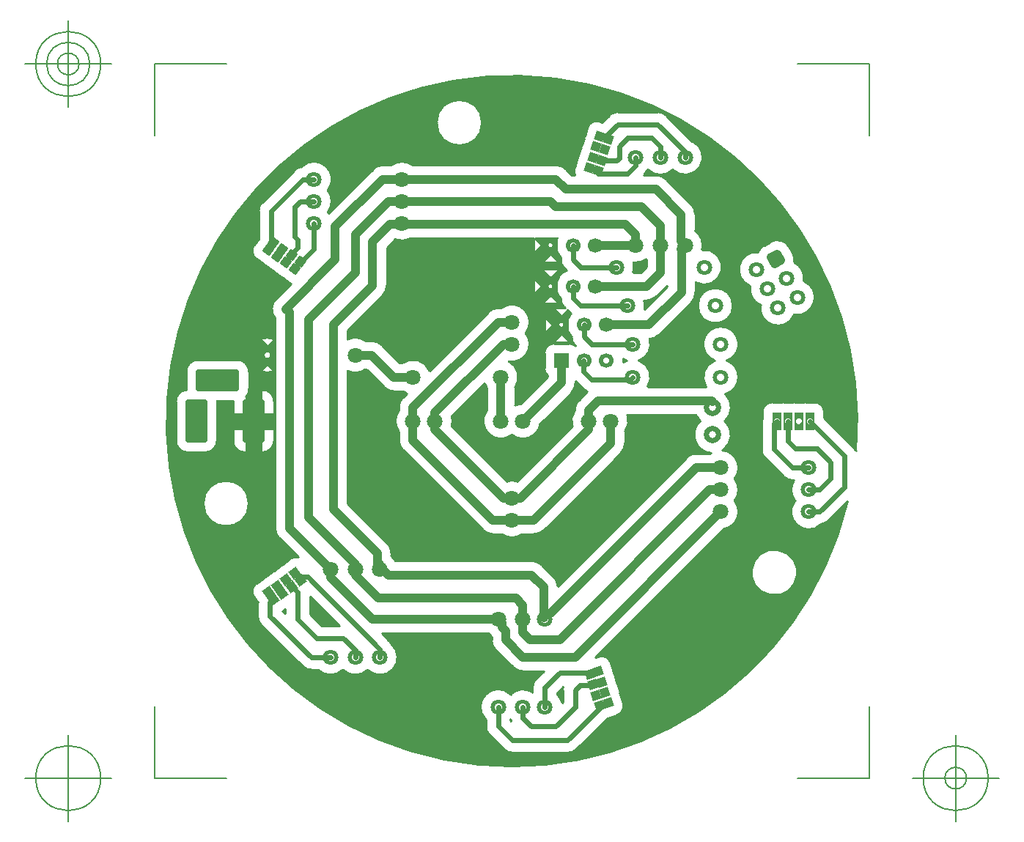
<source format=gbr>
G04 Generated by Ultiboard 14.0 *
%FSLAX46Y46*%
%MOMM*%

%ADD10C,0.000001*%
%ADD11C,0.254000*%
%ADD12C,1.000000*%
%ADD13C,0.600000*%
%ADD14C,0.127000*%
%ADD15C,1.800000X0.900000*%
%ADD16P,1.484924X4X62*%
%ADD17P,1.484924X4X80*%
%ADD18R,1.050000X2.100000X0.700000*%
%ADD19P,1.484924X4X27*%
%ADD20P,1.138557X4X74X0.900000*%
%ADD21C,0.994918*%
%ADD22R,1.700000X1.700000X0.700000*%
%ADD23C,1.700000X0.700000*%
%ADD24C,1.055600X0.700000*%
%ADD25C,1.799998X0.900000*%
%ADD26R,2.000000X4.500000*%
%ADD27C,0.500000*%
%ADD28R,4.500000X2.000000*%
%ADD29P,1.484924X4X9*%
%ADD30C,2.000000X0.800000*%


G04 ColorRGB 0000FF for the following layer *
%LNCopper Bottom*%
%LPD*%
G54D10*
G36*
X38772463Y-9292882D02*
G75*
D01*
G02X39723554Y-3420636I-38772463J9292878*
G01*
G74*
D01*
G03X39430415Y-2997570I1306053J591864*
G01*
X39430415Y-2997570D01*
X36062453Y370392D01*
X36062453Y1049999D01*
G75*
D01*
G03X34930000Y2182453I-1132453J1*
G01*
X34930000Y2182453D01*
X33880000Y2182453D01*
G75*
D01*
G03X33770000Y2177097I10J-1132453*
G01*
G74*
D01*
G03X33660000Y2182453I110010J1127096*
G01*
X33660000Y2182453D01*
X32610000Y2182453D01*
G75*
D01*
G03X32500000Y2177097I10J-1132453*
G01*
G74*
D01*
G03X32390000Y2182453I110010J1127096*
G01*
X32390000Y2182453D01*
X31340000Y2182453D01*
G75*
D01*
G03X31230000Y2177097I10J-1132453*
G01*
G74*
D01*
G03X31120000Y2182453I110010J1127096*
G01*
X31120000Y2182453D01*
X30070000Y2182453D01*
G75*
D01*
G03X28937547Y1050000I0J-1132453*
G01*
X28937547Y1050000D01*
X28937547Y212205D01*
G75*
D01*
G03X28831066Y-330970I1327421J-542245*
G01*
X28831066Y-330970D01*
X28831066Y-3275546D01*
G75*
D01*
G03X29251045Y-4291392I1433902J-1924*
G01*
X29251045Y-4291392D01*
X31371075Y-6411422D01*
G74*
D01*
G03X31980371Y-6773129I1013923J1013922*
G01*
G75*
D01*
G03X32385000Y-6831404I404630J1375628*
G01*
X32385000Y-6831404D01*
X32591388Y-6831404D01*
G75*
D01*
G03X32710180Y-9207500I1698611J-1106096*
G01*
G75*
D01*
G03X35733129Y-11900913I1579821J-1269998*
G01*
G74*
D01*
G03X36574929Y-11490415I173129J1423413*
G01*
X36574929Y-11490415D01*
X38772463Y-9292882D01*
D02*
G37*
%LPC*%
G36*
X-16079603Y29094953D02*
X-16079603Y29094953D01*
X-18129439Y27045117D01*
X-18129440Y27045116D01*
X-21180158Y23994398D01*
G74*
D01*
G03X-21280180Y24130000I1679847J1134390*
G01*
G75*
D01*
G03X-21280180Y26670000I-1579819J1270000*
G01*
G75*
D01*
G03X-24298425Y29368167I-1579819J1270001*
G01*
G74*
D01*
G03X-24331276Y29364838I128131J1428167*
G01*
G74*
D01*
G03X-25185219Y28952915I160987J1424837*
G01*
X-25185219Y28952915D01*
X-28847145Y25290989D01*
G74*
D01*
G03X-29268134Y24276060I1012913J1014930*
G01*
X-29268134Y24276060D01*
X-29268134Y21068979D01*
X-29792312Y20347509D01*
G75*
D01*
G03X-29541777Y18765697I916173J-665639*
G01*
X-29541777Y18765697D01*
X-28692309Y18148522D01*
G74*
D01*
G03X-28600169Y18088198I665637J916176*
G01*
G74*
D01*
G03X-28514325Y18019210I751480J847188*
G01*
X-28514325Y18019210D01*
X-27664857Y17402035D01*
G74*
D01*
G03X-27572717Y17341711I665637J916176*
G01*
G74*
D01*
G03X-27486873Y17272723I751480J847188*
G01*
X-27486873Y17272723D01*
X-26637405Y16655548D01*
G74*
D01*
G03X-26545265Y16595224I665637J916176*
G01*
G74*
D01*
G03X-26459421Y16526236I751480J847188*
G01*
X-26459421Y16526236D01*
X-25609953Y15909061D01*
G74*
D01*
G03X-25516555Y15848000I665631J916179*
G01*
X-25516555Y15848000D01*
X-27260204Y14104351D01*
G75*
D01*
G03X-27352372Y11890678I1155204J-1156853*
G01*
X-27352372Y11890678D01*
X-27352372Y-12382500D01*
G75*
D01*
G03X-26872453Y-13539603I1634872J1*
G01*
X-26872453Y-13539603D01*
X-24690454Y-15721603D01*
G75*
D01*
G03X-25609952Y-15909061I-253860J-1103632*
G01*
X-25609952Y-15909061D01*
X-26459420Y-16526236D01*
G74*
D01*
G03X-26545264Y-16595224I665636J916176*
G01*
G74*
D01*
G03X-26637404Y-16655548I573496J976499*
G01*
X-26637404Y-16655548D01*
X-27486872Y-17272723D01*
G74*
D01*
G03X-27572716Y-17341711I665636J916176*
G01*
G74*
D01*
G03X-27664856Y-17402035I573496J976499*
G01*
X-27664856Y-17402035D01*
X-28514324Y-18019210D01*
G74*
D01*
G03X-28600168Y-18088198I665636J916176*
G01*
G74*
D01*
G03X-28692308Y-18148522I573496J976499*
G01*
X-28692308Y-18148522D01*
X-29541776Y-18765697D01*
G75*
D01*
G03X-29792311Y-20347509I665639J-916174*
G01*
X-29792311Y-20347509D01*
X-29373565Y-20923863D01*
G74*
D01*
G03X-29373904Y-20955000I1433564J31178*
G01*
X-29373904Y-20955000D01*
X-29373904Y-22542500D01*
G75*
D01*
G03X-28952915Y-23557429I1433904J1*
G01*
X-28952915Y-23557429D01*
X-24192429Y-28317915D01*
G74*
D01*
G03X-23713459Y-28634972I1014928J1012914*
G01*
G75*
D01*
G03X-23176107Y-28738904I535963J1329970*
G01*
X-23176107Y-28738904D01*
X-22387706Y-28738904D01*
G75*
D01*
G03X-19526250Y-28742846I1432706J1433903*
G01*
G75*
D01*
G03X-16668750Y-28742846I1428750J1437845*
G01*
G75*
D01*
G03X-13918786Y-25767754I1428727J1437868*
G01*
G74*
D01*
G03X-14226075Y-25311037I1321211J557206*
G01*
X-14226075Y-25311037D01*
X-15042240Y-24494872D01*
X-2785798Y-24494872D01*
G74*
D01*
G03X-2566318Y-24635003I1198291J1634876*
G01*
G74*
D01*
G03X-2364872Y-24925510I1436320J780888*
G01*
X-2364872Y-24925510D01*
X-2364872Y-25275927D01*
G75*
D01*
G03X-1886029Y-26431956I1634872J0*
G01*
X-1886028Y-26431956D01*
X-1886028Y-26431956D01*
X111042Y-28429027D01*
X111043Y-28429028D01*
G75*
D01*
G03X1267073Y-28907872I1156030J1156027*
G01*
X1267073Y-28907872D01*
X3671779Y-28907872D01*
X2796075Y-29783576D01*
G75*
D01*
G03X2376096Y-30799499I1013923J-1013922*
G01*
X2376096Y-30799499D01*
X2376096Y-31321388D01*
G75*
D01*
G03X-158750Y-31582153I-1106096J-1698611*
G01*
G75*
D01*
G03X-3021404Y-34452706I-1428736J-1437860*
G01*
X-3021404Y-34452706D01*
X-3021404Y-35242500D01*
G75*
D01*
G03X-2601423Y-36256423I1433904J0*
G01*
X-2601423Y-36256423D01*
X-2601423Y-36256423D01*
X-950423Y-37907423D01*
X-950423Y-37907423D01*
G75*
D01*
G03X63500Y-38327404I1013923J1013922*
G01*
X63500Y-38327404D01*
X6437620Y-38327404D01*
G74*
D01*
G03X7452549Y-37906415I1J1433904*
G01*
X7452549Y-37906415D01*
X11024438Y-34334525D01*
X12088732Y-34009137D01*
G75*
D01*
G03X12840605Y-32595070I-331096J1082969*
G01*
X12840605Y-32595070D01*
X12533615Y-31590950D01*
G74*
D01*
G03X12496333Y-31487322I1082970J331097*
G01*
G74*
D01*
G03X12469293Y-31380563I1110009J224340*
G01*
X12469293Y-31380563D01*
X12162303Y-30376443D01*
G74*
D01*
G03X12125021Y-30272815I1082970J331097*
G01*
G74*
D01*
G03X12097981Y-30166056I1110009J224340*
G01*
X12097981Y-30166056D01*
X11790991Y-29161936D01*
G74*
D01*
G03X11753709Y-29058308I1082970J331097*
G01*
G74*
D01*
G03X11726669Y-28951549I1110009J224340*
G01*
X11726669Y-28951549D01*
X11419679Y-27947429D01*
G75*
D01*
G03X10005611Y-27195556I-1082970J-331097*
G01*
X10005611Y-27195556D01*
X9599989Y-27319567D01*
X24438703Y-12480854D01*
G75*
D01*
G03X25709818Y-9207500I-308701J2003353*
G01*
G75*
D01*
G03X25709818Y-6667500I-1579817J1270000*
G01*
G75*
D01*
G03X24322977Y-3379708I-1579816J1270001*
G01*
G75*
D01*
G03X24593117Y0I-1145476J1792208*
G01*
G75*
D01*
G03X24651264Y3121171I-1415616J1587500*
G01*
G75*
D01*
G03X24822603Y6985000I-521264J1958829*
G01*
G75*
D01*
G03X23437396Y6985000I-692603J1904999*
G01*
G75*
D01*
G03X22424619Y3984372I692604J-1905000*
G01*
X22424619Y3984372D01*
X15675382Y3984372D01*
G75*
D01*
G03X14662606Y6985000I-1705381J1095628*
G01*
G75*
D01*
G03X15909069Y9480542I-692605J1905000*
G01*
G74*
D01*
G03X16968603Y9957546I97569J1631958*
G01*
X16968603Y9957546D01*
X20725653Y13714596D01*
G75*
D01*
G03X21205572Y14871700I-1154952J1157104*
G01*
X21205572Y14871700D01*
X21205572Y16028003D01*
G75*
D01*
G03X21958833Y19789447I1019428J1751996*
G01*
G75*
D01*
G03X21179871Y21970006I-1956333J530552*
G01*
X21179871Y21970006D01*
X21179871Y23882501D01*
G74*
D01*
G03X20699508Y25040047I1634872J1*
G01*
X20699508Y25040047D01*
X17810090Y27929475D01*
G74*
D01*
G03X16652540Y28409842I1157551J1154504*
G01*
X16652540Y28409842D01*
X15197687Y28409842D01*
X15300415Y28512570D01*
G74*
D01*
G03X15589257Y28926244I1012914J1014930*
G01*
G74*
D01*
G03X15716250Y29042153I1301753J1553758*
G01*
G75*
D01*
G03X18573750Y29042153I1428750J1437846*
G01*
G75*
D01*
G03X20803189Y32342156I1428750J1437847*
G01*
X20803189Y32342156D01*
X17842429Y35302915D01*
G74*
D01*
G03X17367787Y35618220I1014929J1012914*
G01*
G75*
D01*
G03X16826096Y35723904I-540291J-1328218*
G01*
X16826096Y35723904D01*
X12200629Y35723904D01*
G75*
D01*
G03X11703571Y35634996I0J-1433904*
G01*
G74*
D01*
G03X11186704Y35303922I497057J1344996*
G01*
X11186704Y35303922D01*
X10416547Y34533765D01*
X10145299Y34621899D01*
G75*
D01*
G03X8718326Y33894818I-349947J-1077026*
G01*
X8718326Y33894818D01*
X8393858Y32896209D01*
G74*
D01*
G03X8364959Y32789938I1077027J349948*
G01*
G74*
D01*
G03X8325875Y32686976I1037946J452900*
G01*
X8325875Y32686976D01*
X8001407Y31688367D01*
G74*
D01*
G03X7972508Y31582096I1077027J349948*
G01*
G74*
D01*
G03X7933424Y31479134I1037946J452900*
G01*
X7933424Y31479134D01*
X7608956Y30480525D01*
G74*
D01*
G03X7580057Y30374254I1077027J349948*
G01*
G74*
D01*
G03X7540973Y30271292I1037946J452900*
G01*
X7540973Y30271292D01*
X7410767Y29870560D01*
X7410767Y29870559D01*
X7216505Y29272683D01*
G75*
D01*
G03X7283884Y28409842I1077027J-349947*
G01*
X7283884Y28409842D01*
X6922215Y28409842D01*
X6237103Y29094953D01*
G74*
D01*
G03X5423232Y29538436I1157104J1154952*
G01*
G75*
D01*
G03X5079053Y29574872I-343234J-1598436*
G01*
X5079053Y29574872D01*
X-11501701Y29574872D01*
G75*
D01*
G03X-13898298Y29574872I-1198299J-1634872*
G01*
X-13898298Y29574872D01*
X-14922500Y29574872D01*
G75*
D01*
G03X-16079603Y29094953I1J-1634872*
G01*
D02*
G37*
G36*
X-27425601Y5771576D02*
X-27425601Y5771576D01*
X-27524585Y5870559D01*
X-27524585Y5870560D01*
X-28257500Y6603474D01*
X-28990414Y5870560D01*
X-28990414Y5870559D01*
X-29089398Y5771576D01*
G75*
D01*
G03X-27425601Y5771576I831898J1848424*
G01*
D02*
G37*
G36*
X-30361338Y5700000D02*
G74*
D01*
G03X-31745000Y7083662I1383662J0*
G01*
X-31745000Y7083662D01*
X-36245000Y7083662D01*
G75*
D01*
G03X-37628662Y5700000I0J-1383662*
G01*
X-37628662Y5700000D01*
X-37628662Y3700000D01*
G75*
D01*
G03X-37626445Y3621713I1383662J9*
G01*
G74*
D01*
G03X-38828662Y2250000I181444J1371713*
G01*
X-38828662Y2250000D01*
X-38828662Y-2249999D01*
G75*
D01*
G03X-37445000Y-3633662I1383662J-1*
G01*
X-37445000Y-3633662D01*
X-35445000Y-3633662D01*
G75*
D01*
G03X-34061338Y-2250000I0J1383662*
G01*
X-34061338Y-2250000D01*
X-34061338Y2249999D01*
G75*
D01*
G03X-34062929Y2316338I-1383662J4*
G01*
X-34062929Y2316338D01*
X-32227070Y2316338D01*
G74*
D01*
G03X-32228662Y2250000I1382069J66355*
G01*
X-32228662Y2250000D01*
X-32228662Y845270D01*
X-30690270Y845270D01*
X-30690270Y2804419D01*
G75*
D01*
G03X-30361338Y3700000I-1054730J895581*
G01*
X-30361338Y3700000D01*
X-30361338Y5700000D01*
D02*
G37*
G36*
X32064571Y20071092D02*
G75*
D01*
G03X29845548Y20707383I-1427657J-791366*
G01*
X29845548Y20707383D01*
X29141407Y20317071D01*
G74*
D01*
G03X28427599Y19521012I791366J1427657*
G01*
G75*
D01*
G03X27492437Y15624401I-169137J-2019930*
G01*
G75*
D01*
G03X28723856Y13402868I1997450J-344853*
G01*
G75*
D01*
G03X32597985Y12291985I1997450J-344851*
G01*
G75*
D01*
G03X33708868Y16166114I344851J1997450*
G01*
G75*
D01*
G03X32638383Y18313595I-1997449J344854*
G01*
G75*
D01*
G03X32454883Y19366951I-1611157J261990*
G01*
X32454883Y19366951D01*
X32064571Y20071092D01*
D02*
G37*
G36*
X29870560Y-20089834D02*
G75*
D01*
G03X29870560Y-20089834I440329J2589833*
G01*
D02*
G37*
G36*
X-8704686Y34468272D02*
G75*
D01*
G03X-8704686Y34468272I2627000J0*
G01*
D02*
G37*
G36*
X-35647000Y-9525000D02*
G75*
D01*
G03X-35647000Y-9525000I2627000J0*
G01*
D02*
G37*
G36*
X-32228662Y-2249999D02*
G75*
D01*
G03X-30845000Y-3633662I1383662J-1*
G01*
X-30845000Y-3633662D01*
X-30690270Y-3633662D01*
X-30690270Y-845270D01*
X-32228662Y-845270D01*
X-32228662Y-2249999D01*
D02*
G37*
G36*
X-28845000Y-3633662D02*
G75*
D01*
G03X-27461338Y-2250000I0J1383662*
G01*
X-27461338Y-2250000D01*
X-27461338Y-845270D01*
X-28999730Y-845270D01*
X-28999730Y-3633662D01*
X-28845000Y-3633662D01*
D02*
G37*
G36*
X-29595000Y1751209D02*
X-29595000Y1751209D01*
X-30095000Y1751209D01*
G75*
D01*
G03X-30346209Y1500000I0J-251209*
G01*
X-30346209Y1500000D01*
X-30346209Y-1500000D01*
G75*
D01*
G03X-30095000Y-1751209I251209J0*
G01*
X-30095000Y-1751209D01*
X-29595000Y-1751209D01*
G75*
D01*
G03X-29343791Y-1500000I0J251209*
G01*
X-29343791Y-1500000D01*
X-29343791Y1500000D01*
G74*
D01*
G03X-29595000Y1751209I251209J0*
G01*
D02*
G37*
G36*
X-28845000Y3633662D02*
X-28845000Y3633662D01*
X-28999730Y3633662D01*
X-28999730Y845270D01*
X-27461338Y845270D01*
X-27461338Y2249999D01*
G75*
D01*
G03X-28845000Y3633662I-1383662J1*
G01*
D02*
G37*
G36*
X21468001Y13335000D02*
G75*
D01*
G03X21468001Y13335000I2026999J0*
G01*
D02*
G37*
G36*
X-30105923Y8451898D02*
G75*
D01*
G03X-30105923Y6788101I1848423J-831898*
G01*
X-30105923Y6788101D01*
X-29274025Y7620000D01*
X-30105923Y8451898D01*
D02*
G37*
G36*
X-28707500Y7620000D02*
G75*
D01*
G03X-28707500Y7620000I450000J0*
G01*
D02*
G37*
G36*
X-29089398Y9468423D02*
X-29089398Y9468423D01*
X-28257500Y8636525D01*
X-27425601Y9468423D01*
G75*
D01*
G03X-29089398Y9468423I-831899J-1848423*
G01*
D02*
G37*
%LPD*%
G36*
X-14809603Y3925046D02*
X-14809603Y3925046D01*
X-16755117Y5870560D01*
X-16869685Y5985128D01*
X-16899200Y5985128D01*
G75*
D01*
G02X-19002628Y5806309I-1198301J1634872*
G01*
X-19002628Y5806309D01*
X-19002628Y-9482812D01*
X-18129440Y-10356000D01*
X-14401470Y-14083970D01*
G75*
D01*
G02X-13922628Y-15241493I-1156028J-1156028*
G01*
X-13922628Y-15241493D01*
X-13922628Y-15570908D01*
G74*
D01*
G02X-13863403Y-15657146I1317365J968172*
G01*
G74*
D01*
G02X-13476769Y-16145128I1376597J1487853*
G01*
X-13476769Y-16145128D01*
X2274786Y-16145128D01*
G75*
D01*
G02X2876998Y-16259504I1462J-1634870*
G01*
G74*
D01*
G02X3433353Y-16625046I600748J1520495*
G01*
X3433353Y-16625046D01*
X4825267Y-18016959D01*
G74*
D01*
G02X5148745Y-18476529I1155269J1156789*
G01*
G74*
D01*
G02X5300713Y-19057227I1478746J697220*
G01*
X5300713Y-19057227D01*
X5870559Y-18487381D01*
X5870560Y-18487380D01*
X6228500Y-18129440D01*
X6228501Y-18129439D01*
X20116469Y-4241471D01*
G74*
D01*
G02X20947109Y-3795336I1156029J1156028*
G01*
G75*
D01*
G02X21272500Y-3762628I325387J-1602164*
G01*
X21272500Y-3762628D01*
X22931701Y-3762628D01*
G74*
D01*
G02X23010176Y-3707908I1198299J1634872*
G01*
G75*
D01*
G02X21761882Y0I167321J2120408*
G01*
G74*
D01*
G02X21237854Y714628I1415617J1587500*
G01*
X21237854Y714628D01*
X13326848Y714628D01*
G75*
D01*
G02X13064872Y-1198299I-1896848J-714628*
G01*
X13064872Y-1198299D01*
X13064872Y-2540000D01*
G75*
D01*
G02X12584953Y-3697103I-1634872J1*
G01*
X12584953Y-3697103D01*
X5870560Y-10411496D01*
X5870559Y-10411497D01*
X3697103Y-12584953D01*
G74*
D01*
G02X2540000Y-13064872I1157104J1154952*
G01*
X2540000Y-13064872D01*
X1198299Y-13064872D01*
G75*
D01*
G02X-1198299Y-13064872I-1198299J1634871*
G01*
X-1198299Y-13064872D01*
X-2222500Y-13064872D01*
G75*
D01*
G02X-3379603Y-12584953I1J1634872*
G01*
X-3379603Y-12584953D01*
X-12584953Y-3379603D01*
G75*
D01*
G02X-13064872Y-2222500I1154952J1157104*
G01*
X-13064872Y-2222500D01*
X-13064872Y-1198299D01*
G75*
D01*
G02X-13064872Y1198299I1634871J1198299*
G01*
X-13064872Y1198299D01*
X-13064872Y1587500D01*
G74*
D01*
G02X-12586028Y2743529I1634872J1*
G01*
X-12586028Y2743529D01*
X-12586028Y2743529D01*
X-12145919Y3183639D01*
G74*
D01*
G02X-12628298Y3445128I715919J1896361*
G01*
X-12628298Y3445128D01*
X-13651159Y3445128D01*
G75*
D01*
G02X-14198397Y3538960I-1341J1634870*
G01*
G74*
D01*
G02X-14809603Y3925046I545898J1541039*
G01*
D02*
G37*
G36*
X-12628298Y6714872D02*
X-12628298Y6714872D01*
X-12975312Y6714872D01*
X-15036469Y8776028D01*
G74*
D01*
G03X-15970838Y9239775I1156029J1156028*
G01*
G74*
D01*
G03X-16192500Y9254872I221665J1619774*
G01*
X-16192500Y9254872D01*
X-16899200Y9254872D01*
G75*
D01*
G03X-19002628Y9433690I-1198300J-1634872*
G01*
X-19002628Y9433690D01*
X-19002628Y10435312D01*
X-18129440Y11308500D01*
X-18129439Y11308501D01*
X-14941469Y14496471D01*
G75*
D01*
G03X-14462628Y15654440I-1156029J1156028*
G01*
X-14462628Y15654440D01*
X-14462628Y20055312D01*
X-13514219Y21003721D01*
G75*
D01*
G03X-11643464Y21130128I814219J1856278*
G01*
X-11643464Y21130128D01*
X2462547Y21130128D01*
X2462547Y19470000D01*
G75*
D01*
G03X2470114Y19339300I1132453J-5*
G01*
X2470114Y19339300D01*
X3450813Y20320000D01*
X2640685Y21130128D01*
X5241608Y21130128D01*
G75*
D01*
G03X5611096Y18958953I1803392J-810128*
G01*
X5611096Y18958953D01*
X5611096Y18687386D01*
G75*
D01*
G03X6031075Y17671277I1433901J-2186*
G01*
X6031075Y17671277D01*
X6309684Y17392667D01*
G75*
D01*
G03X5611096Y14196453I735314J-1835167*
G01*
X5611096Y14196453D01*
X5611096Y14191597D01*
G75*
D01*
G03X6031075Y13175477I1433901J-2197*
G01*
X6031075Y13175477D01*
X6111599Y13094953D01*
X4865000Y13094953D01*
G75*
D01*
G03X4734300Y13087385I4J-1132453*
G01*
X4734300Y13087385D01*
X5715000Y12106686D01*
X5870560Y12262246D01*
X6407433Y12799119D01*
X6810948Y12395604D01*
G75*
D01*
G03X6881096Y9751453I1504051J-1283104*
G01*
X6881096Y9751453D01*
X6881096Y9746597D01*
G75*
D01*
G03X7301075Y8730477I1433901J-2197*
G01*
X7301075Y8730477D01*
X7331527Y8700025D01*
G74*
D01*
G03X7310268Y8687657I983519J1714998*
G01*
G74*
D01*
G03X6565000Y8967453I745269J852656*
G01*
X6565000Y8967453D01*
X4865000Y8967453D01*
G75*
D01*
G03X3732547Y7835000I0J-1132453*
G01*
X3732547Y7835000D01*
X3732547Y6135000D01*
G75*
D01*
G03X4080128Y5318650I1132453J-1*
G01*
X4080128Y5318650D01*
X4080128Y5122187D01*
X961295Y2003354D01*
G74*
D01*
G03X364872Y1813690I308703J2003354*
G01*
X364872Y1813690D01*
X364872Y3881700D01*
G75*
D01*
G03X-372643Y6897547I-1634872J1198299*
G01*
G75*
D01*
G03X1579819Y10160000I372643J1992452*
G01*
G75*
D01*
G03X-1198299Y13064872I-1579815J1270003*
G01*
X-1198299Y13064872D01*
X-1587500Y13064872D01*
G75*
D01*
G03X-2743529Y12586028I1J-1634872*
G01*
X-2743529Y12586028D01*
X-2743529Y12586028D01*
X-9458997Y5870560D01*
X-9458998Y5870559D01*
X-9533639Y5795919D01*
G75*
D01*
G03X-12628298Y6714872I-1896361J-715919*
G01*
D02*
G37*
%LPC*%
G36*
X4865000Y9130047D02*
X4865000Y9130047D01*
X6565000Y9130047D01*
G74*
D01*
G03X6695699Y9137614I4J1132453*
G01*
X6695699Y9137614D01*
X5870559Y9962753D01*
X5715000Y10118313D01*
X4734300Y9137614D01*
G75*
D01*
G03X4865000Y9130047I130695J1124886*
G01*
D02*
G37*
G36*
X5870560Y10798970D02*
G75*
D01*
G03X5870560Y10798970I-155560J313530*
G01*
D02*
G37*
G36*
X5425699Y18345114D02*
X5425699Y18345114D01*
X4445000Y19325813D01*
X3464300Y18345114D01*
G75*
D01*
G03X3595000Y18337547I130695J1124886*
G01*
X3595000Y18337547D01*
X5295000Y18337547D01*
G74*
D01*
G03X5425699Y18345114I4J1132453*
G01*
D02*
G37*
G36*
X4095000Y20320000D02*
G75*
D01*
G03X4095000Y20320000I350000J0*
G01*
D02*
G37*
G36*
X5425699Y13582614D02*
X5425699Y13582614D01*
X4445000Y14563313D01*
X3464300Y13582614D01*
G75*
D01*
G03X3595000Y13575047I130695J1124886*
G01*
X3595000Y13575047D01*
X5295000Y13575047D01*
G74*
D01*
G03X5425699Y13582614I4J1132453*
G01*
D02*
G37*
G36*
X5425699Y17532385D02*
G74*
D01*
G03X5295000Y17539953I130704J1124884*
G01*
X5295000Y17539953D01*
X3595000Y17539953D01*
G75*
D01*
G03X3464300Y17532385I4J-1132453*
G01*
X3464300Y17532385D01*
X4445000Y16551686D01*
X5425699Y17532385D01*
D02*
G37*
G36*
X4095000Y15557500D02*
G75*
D01*
G03X4095000Y15557500I350000J0*
G01*
D02*
G37*
G36*
X2470114Y16538199D02*
G74*
D01*
G03X2462547Y16407500I1124886J130695*
G01*
X2462547Y16407500D01*
X2462547Y14707500D01*
G75*
D01*
G03X2470114Y14576800I1132453J-5*
G01*
X2470114Y14576800D01*
X3450813Y15557500D01*
X2470114Y16538199D01*
D02*
G37*
G36*
X3740114Y12093199D02*
G74*
D01*
G03X3732547Y11962500I1124886J130695*
G01*
X3732547Y11962500D01*
X3732547Y10262500D01*
G75*
D01*
G03X3740114Y10131800I1132453J-5*
G01*
X3740114Y10131800D01*
X4720813Y11112500D01*
X3740114Y12093199D01*
D02*
G37*
%LPD*%
G36*
X3273355Y-308701D02*
X3273355Y-308701D01*
X6869953Y3287896D01*
G75*
D01*
G03X7349872Y4445000I-1154952J1157104*
G01*
X7349872Y4445000D01*
X7349872Y4592280D01*
X8193575Y3748576D01*
G74*
D01*
G03X8721433Y3413492I1013923J1013924*
G01*
X8721433Y3413492D01*
X7733970Y2426029D01*
G75*
D01*
G03X7255128Y1268780I1156029J-1156028*
G01*
X7255128Y1268780D01*
X7255128Y1198299D01*
G75*
D01*
G03X6948371Y-582070I1634871J-1198299*
G01*
X6948371Y-582070D01*
X5870560Y-1659881D01*
X5870559Y-1659882D01*
X582070Y-6948371D01*
G75*
D01*
G03X-582070Y-6948371I-582070J-1941628*
G01*
X-582070Y-6948371D01*
X-6948371Y-582070D01*
G75*
D01*
G03X-6948371Y582070I-1941628J582070*
G01*
X-6948371Y582070D01*
X-3166361Y4364080D01*
G74*
D01*
G03X-2904872Y3881700I1896362J715917*
G01*
X-2904872Y3881700D01*
X-2904872Y1198299D01*
G75*
D01*
G03X0Y-1579819I1634869J-1198303*
G01*
G75*
D01*
G03X3273355Y-308701I1270000J1579818*
G01*
D02*
G37*
G36*
X-19944209Y-23648596D02*
X-19944209Y-23648596D01*
X-23331096Y-20261709D01*
X-23331096Y-22266056D01*
X-21948556Y-23648596D01*
X-19944209Y-23648596D01*
D02*
G37*
G36*
X15274954Y13922628D02*
X15274954Y13922628D01*
X15531053Y13922628D01*
G75*
D01*
G03X15929337Y13971622I1046J1634871*
G01*
G74*
D01*
G03X16689203Y14402546I397237J1585877*
G01*
X16689203Y14402546D01*
X17935828Y15649170D01*
X17935828Y15548887D01*
X15322191Y12935250D01*
G75*
D01*
G03X15274954Y13922628I-1987190J399750*
G01*
D02*
G37*
G36*
X14004954Y17192372D02*
G75*
D01*
G03X14021334Y18310552I-1939953J587628*
G01*
G75*
D01*
G03X15510128Y18703242I266166J2009448*
G01*
X15510128Y18703242D01*
X15510128Y17847587D01*
X14854912Y17192372D01*
X14004954Y17192372D01*
D02*
G37*
G36*
X5911444Y-30723899D02*
G75*
D01*
G03X5868596Y-31073218I1391055J-347916*
G01*
X5868596Y-31073218D01*
X5868596Y-32426056D01*
X5774423Y-32520229D01*
G74*
D01*
G03X5243904Y-31587293I1964422J499770*
G01*
X5243904Y-31587293D01*
X5243904Y-31391440D01*
X5870559Y-30764784D01*
X5870560Y-30764784D01*
X5911444Y-30723899D01*
D02*
G37*
G36*
X-26198904Y-22255748D02*
X-26198904Y-22255748D01*
X-26198904Y-21732279D01*
X-26502093Y-21952559D01*
X-26198904Y-22255748D01*
D02*
G37*
G36*
X12882411Y6790520D02*
G75*
D01*
G03X12882411Y7179479I-1967410J194480*
G01*
G74*
D01*
G03X13277393Y6985000I1087586J1710522*
G01*
G74*
D01*
G03X12882411Y6790520I692608J1905000*
G01*
D02*
G37*
G36*
X-104836Y-34697316D02*
X-104836Y-34697316D01*
X-153596Y-34648557D01*
X-153596Y-34462949D01*
G74*
D01*
G03X-153414Y-34463128I1421436J1445076*
G01*
G74*
D01*
G03X-104836Y-34697316I1423413J173129*
G01*
D02*
G37*
G54D11*
X-16079603Y29094953D02*
X-18129439Y27045117D01*
X-18129440Y27045116D01*
X-21180158Y23994398D01*
G74*
D01*
G03X-21280180Y24130000I1679847J1134390*
G01*
G75*
D01*
G03X-21280180Y26670000I-1579819J1270000*
G01*
G75*
D01*
G03X-24298425Y29368167I-1579819J1270001*
G01*
G74*
D01*
G03X-24331276Y29364838I128131J1428167*
G01*
G74*
D01*
G03X-25185219Y28952915I160987J1424837*
G01*
X-28847145Y25290989D01*
G74*
D01*
G03X-29268134Y24276060I1012913J1014930*
G01*
X-29268134Y21068979D01*
X-29792312Y20347509D01*
G75*
D01*
G03X-29541777Y18765697I916173J-665639*
G01*
X-28692309Y18148522D01*
G74*
D01*
G03X-28600169Y18088198I665637J916176*
G01*
G74*
D01*
G03X-28514325Y18019210I751480J847188*
G01*
X-27664857Y17402035D01*
G74*
D01*
G03X-27572717Y17341711I665637J916176*
G01*
G74*
D01*
G03X-27486873Y17272723I751480J847188*
G01*
X-26637405Y16655548D01*
G74*
D01*
G03X-26545265Y16595224I665637J916176*
G01*
G74*
D01*
G03X-26459421Y16526236I751480J847188*
G01*
X-25609953Y15909061D01*
G74*
D01*
G03X-25516555Y15848000I665631J916179*
G01*
X-27260204Y14104351D01*
G75*
D01*
G03X-27352372Y11890678I1155204J-1156853*
G01*
X-27352372Y-12382500D01*
G75*
D01*
G03X-26872453Y-13539603I1634872J1*
G01*
X-24690454Y-15721603D01*
G75*
D01*
G03X-25609952Y-15909061I-253860J-1103632*
G01*
X-26459420Y-16526236D01*
G74*
D01*
G03X-26545264Y-16595224I665636J916176*
G01*
G74*
D01*
G03X-26637404Y-16655548I573496J976499*
G01*
X-27486872Y-17272723D01*
G74*
D01*
G03X-27572716Y-17341711I665636J916176*
G01*
G74*
D01*
G03X-27664856Y-17402035I573496J976499*
G01*
X-28514324Y-18019210D01*
G74*
D01*
G03X-28600168Y-18088198I665636J916176*
G01*
G74*
D01*
G03X-28692308Y-18148522I573496J976499*
G01*
X-29541776Y-18765697D01*
G75*
D01*
G03X-29792311Y-20347509I665639J-916174*
G01*
X-29373565Y-20923863D01*
G74*
D01*
G03X-29373904Y-20955000I1433564J31178*
G01*
X-29373904Y-22542500D01*
G75*
D01*
G03X-28952915Y-23557429I1433904J1*
G01*
X-24192429Y-28317915D01*
G74*
D01*
G03X-23713459Y-28634972I1014928J1012914*
G01*
G75*
D01*
G03X-23176107Y-28738904I535963J1329970*
G01*
X-22387706Y-28738904D01*
G75*
D01*
G03X-19526250Y-28742846I1432706J1433903*
G01*
G75*
D01*
G03X-16668750Y-28742846I1428750J1437845*
G01*
G75*
D01*
G03X-13918786Y-25767754I1428727J1437868*
G01*
G74*
D01*
G03X-14226075Y-25311037I1321211J557206*
G01*
X-15042240Y-24494872D01*
X-2785798Y-24494872D01*
G74*
D01*
G03X-2566318Y-24635003I1198291J1634876*
G01*
G74*
D01*
G03X-2364872Y-24925510I1436320J780888*
G01*
X-2364872Y-25275927D01*
G75*
D01*
G03X-1886029Y-26431956I1634872J0*
G01*
X-1886028Y-26431956D01*
X111042Y-28429027D01*
X111043Y-28429028D01*
G75*
D01*
G03X1267073Y-28907872I1156030J1156027*
G01*
X3671779Y-28907872D01*
X2796075Y-29783576D01*
G75*
D01*
G03X2376096Y-30799499I1013923J-1013922*
G01*
X2376096Y-31321388D01*
G75*
D01*
G03X-158750Y-31582153I-1106096J-1698611*
G01*
G75*
D01*
G03X-3021404Y-34452706I-1428736J-1437860*
G01*
X-3021404Y-35242500D01*
G75*
D01*
G03X-2601423Y-36256423I1433904J0*
G01*
X-950423Y-37907423D01*
G75*
D01*
G03X63500Y-38327404I1013923J1013922*
G01*
X6437620Y-38327404D01*
G74*
D01*
G03X7452549Y-37906415I1J1433904*
G01*
X11024438Y-34334525D01*
X12088732Y-34009137D01*
G75*
D01*
G03X12840605Y-32595070I-331096J1082969*
G01*
X12533615Y-31590950D01*
G74*
D01*
G03X12496333Y-31487322I1082970J331097*
G01*
G74*
D01*
G03X12469293Y-31380563I1110009J224340*
G01*
X12162303Y-30376443D01*
G74*
D01*
G03X12125021Y-30272815I1082970J331097*
G01*
G74*
D01*
G03X12097981Y-30166056I1110009J224340*
G01*
X11790991Y-29161936D01*
G74*
D01*
G03X11753709Y-29058308I1082970J331097*
G01*
G74*
D01*
G03X11726669Y-28951549I1110009J224340*
G01*
X11419679Y-27947429D01*
G75*
D01*
G03X10005611Y-27195556I-1082970J-331097*
G01*
X9599989Y-27319567D01*
X24438703Y-12480854D01*
G75*
D01*
G03X25709818Y-9207500I-308701J2003353*
G01*
G75*
D01*
G03X25709818Y-6667500I-1579817J1270000*
G01*
G75*
D01*
G03X24322977Y-3379708I-1579816J1270001*
G01*
G75*
D01*
G03X24593117Y0I-1145476J1792208*
G01*
G75*
D01*
G03X24651264Y3121171I-1415616J1587500*
G01*
G75*
D01*
G03X24822603Y6985000I-521264J1958829*
G01*
G75*
D01*
G03X23437396Y6985000I-692603J1904999*
G01*
G75*
D01*
G03X22424619Y3984372I692604J-1905000*
G01*
X15675382Y3984372D01*
G75*
D01*
G03X14662606Y6985000I-1705381J1095628*
G01*
G75*
D01*
G03X15909069Y9480542I-692605J1905000*
G01*
G74*
D01*
G03X16968603Y9957546I97569J1631958*
G01*
X20725653Y13714596D01*
G75*
D01*
G03X21205572Y14871700I-1154952J1157104*
G01*
X21205572Y16028003D01*
G75*
D01*
G03X21958833Y19789447I1019428J1751996*
G01*
G75*
D01*
G03X21179871Y21970006I-1956333J530552*
G01*
X21179871Y23882501D01*
G74*
D01*
G03X20699508Y25040047I1634872J1*
G01*
X17810090Y27929475D01*
G74*
D01*
G03X16652540Y28409842I1157551J1154504*
G01*
X15197687Y28409842D01*
X15300415Y28512570D01*
G74*
D01*
G03X15589257Y28926244I1012914J1014930*
G01*
G74*
D01*
G03X15716250Y29042153I1301753J1553758*
G01*
G75*
D01*
G03X18573750Y29042153I1428750J1437846*
G01*
G75*
D01*
G03X20803189Y32342156I1428750J1437847*
G01*
X17842429Y35302915D01*
G74*
D01*
G03X17367787Y35618220I1014929J1012914*
G01*
G75*
D01*
G03X16826096Y35723904I-540291J-1328218*
G01*
X12200629Y35723904D01*
G75*
D01*
G03X11703571Y35634996I0J-1433904*
G01*
G74*
D01*
G03X11186704Y35303922I497057J1344996*
G01*
X10416547Y34533765D01*
X10145299Y34621899D01*
G75*
D01*
G03X8718326Y33894818I-349947J-1077026*
G01*
X8393858Y32896209D01*
G74*
D01*
G03X8364959Y32789938I1077027J349948*
G01*
G74*
D01*
G03X8325875Y32686976I1037946J452900*
G01*
X8001407Y31688367D01*
G74*
D01*
G03X7972508Y31582096I1077027J349948*
G01*
G74*
D01*
G03X7933424Y31479134I1037946J452900*
G01*
X7608956Y30480525D01*
G74*
D01*
G03X7580057Y30374254I1077027J349948*
G01*
G74*
D01*
G03X7540973Y30271292I1037946J452900*
G01*
X7410767Y29870560D01*
X7410767Y29870559D01*
X7216505Y29272683D01*
G75*
D01*
G03X7283884Y28409842I1077027J-349947*
G01*
X6922215Y28409842D01*
X6237103Y29094953D01*
G74*
D01*
G03X5423232Y29538436I1157104J1154952*
G01*
G75*
D01*
G03X5079053Y29574872I-343234J-1598436*
G01*
X-11501701Y29574872D01*
G75*
D01*
G03X-13898298Y29574872I-1198299J-1634872*
G01*
X-14922500Y29574872D01*
G75*
D01*
G03X-16079603Y29094953I1J-1634872*
G01*
X-27425601Y5771576D02*
X-27524585Y5870559D01*
X-27524585Y5870560D01*
X-28257500Y6603474D01*
X-28990414Y5870560D01*
X-28990414Y5870559D01*
X-29089398Y5771576D01*
G75*
D01*
G03X-27425601Y5771576I831898J1848424*
G01*
X-30361338Y5700000D02*
G74*
D01*
G03X-31745000Y7083662I1383662J0*
G01*
X-36245000Y7083662D01*
G75*
D01*
G03X-37628662Y5700000I0J-1383662*
G01*
X-37628662Y3700000D01*
G75*
D01*
G03X-37626445Y3621713I1383662J9*
G01*
G74*
D01*
G03X-38828662Y2250000I181444J1371713*
G01*
X-38828662Y-2249999D01*
G75*
D01*
G03X-37445000Y-3633662I1383662J-1*
G01*
X-35445000Y-3633662D01*
G75*
D01*
G03X-34061338Y-2250000I0J1383662*
G01*
X-34061338Y2249999D01*
G75*
D01*
G03X-34062929Y2316338I-1383662J4*
G01*
X-32227070Y2316338D01*
G74*
D01*
G03X-32228662Y2250000I1382069J66355*
G01*
X-32228662Y845270D01*
X-30690270Y845270D01*
X-30690270Y2804419D01*
G75*
D01*
G03X-30361338Y3700000I-1054730J895581*
G01*
X-30361338Y5700000D01*
X32064571Y20071092D02*
G75*
D01*
G03X29845548Y20707383I-1427657J-791366*
G01*
X29141407Y20317071D01*
G74*
D01*
G03X28427599Y19521012I791366J1427657*
G01*
G75*
D01*
G03X27492437Y15624401I-169137J-2019930*
G01*
G75*
D01*
G03X28723856Y13402868I1997450J-344853*
G01*
G75*
D01*
G03X32597985Y12291985I1997450J-344851*
G01*
G75*
D01*
G03X33708868Y16166114I344851J1997450*
G01*
G75*
D01*
G03X32638383Y18313595I-1997449J344854*
G01*
G75*
D01*
G03X32454883Y19366951I-1611157J261990*
G01*
X32064571Y20071092D01*
X29870560Y-20089834D02*
G75*
D01*
G03X29870560Y-20089834I440329J2589833*
G01*
X-8704686Y34468272D02*
G75*
D01*
G03X-8704686Y34468272I2627000J0*
G01*
X-35647000Y-9525000D02*
G75*
D01*
G03X-35647000Y-9525000I2627000J0*
G01*
X-32228662Y-2249999D02*
G75*
D01*
G03X-30845000Y-3633662I1383662J-1*
G01*
X-30690270Y-3633662D01*
X-30690270Y-845270D01*
X-32228662Y-845270D01*
X-32228662Y-2249999D01*
X-28845000Y-3633662D02*
G75*
D01*
G03X-27461338Y-2250000I0J1383662*
G01*
X-27461338Y-845270D01*
X-28999730Y-845270D01*
X-28999730Y-3633662D01*
X-28845000Y-3633662D01*
X-29595000Y1751209D02*
X-30095000Y1751209D01*
G75*
D01*
G03X-30346209Y1500000I0J-251209*
G01*
X-30346209Y-1500000D01*
G75*
D01*
G03X-30095000Y-1751209I251209J0*
G01*
X-29595000Y-1751209D01*
G75*
D01*
G03X-29343791Y-1500000I0J251209*
G01*
X-29343791Y1500000D01*
G74*
D01*
G03X-29595000Y1751209I251209J0*
G01*
X-28845000Y3633662D02*
X-28999730Y3633662D01*
X-28999730Y845270D01*
X-27461338Y845270D01*
X-27461338Y2249999D01*
G75*
D01*
G03X-28845000Y3633662I-1383662J1*
G01*
X21468001Y13335000D02*
G75*
D01*
G03X21468001Y13335000I2026999J0*
G01*
X-30105923Y8451898D02*
G75*
D01*
G03X-30105923Y6788101I1848423J-831898*
G01*
X-29274025Y7620000D01*
X-30105923Y8451898D01*
X-28707500Y7620000D02*
G75*
D01*
G03X-28707500Y7620000I450000J0*
G01*
X-29089398Y9468423D02*
X-28257500Y8636525D01*
X-27425601Y9468423D01*
G75*
D01*
G03X-29089398Y9468423I-831899J-1848423*
G01*
X38772463Y-9292882D02*
G75*
D01*
G02X39723554Y-3420636I-38772463J9292878*
G01*
G74*
D01*
G03X39430415Y-2997570I1306053J591864*
G01*
X36062453Y370392D01*
X36062453Y1049999D01*
G75*
D01*
G03X34930000Y2182453I-1132453J1*
G01*
X33880000Y2182453D01*
G75*
D01*
G03X33770000Y2177097I10J-1132453*
G01*
G74*
D01*
G03X33660000Y2182453I110010J1127096*
G01*
X32610000Y2182453D01*
G75*
D01*
G03X32500000Y2177097I10J-1132453*
G01*
G74*
D01*
G03X32390000Y2182453I110010J1127096*
G01*
X31340000Y2182453D01*
G75*
D01*
G03X31230000Y2177097I10J-1132453*
G01*
G74*
D01*
G03X31120000Y2182453I110010J1127096*
G01*
X30070000Y2182453D01*
G75*
D01*
G03X28937547Y1050000I0J-1132453*
G01*
X28937547Y212205D01*
G75*
D01*
G03X28831066Y-330970I1327421J-542245*
G01*
X28831066Y-3275546D01*
G75*
D01*
G03X29251045Y-4291392I1433902J-1924*
G01*
X31371075Y-6411422D01*
G74*
D01*
G03X31980371Y-6773129I1013923J1013922*
G01*
G75*
D01*
G03X32385000Y-6831404I404630J1375628*
G01*
X32591388Y-6831404D01*
G75*
D01*
G03X32710180Y-9207500I1698611J-1106096*
G01*
G75*
D01*
G03X35733129Y-11900913I1579821J-1269998*
G01*
G74*
D01*
G03X36574929Y-11490415I173129J1423413*
G01*
X38772463Y-9292882D01*
X-104836Y-34697316D02*
X-153596Y-34648557D01*
X-153596Y-34462949D01*
G74*
D01*
G03X-153414Y-34463128I1421436J1445076*
G01*
G74*
D01*
G03X-104836Y-34697316I1423413J173129*
G01*
X5911444Y-30723899D02*
G75*
D01*
G03X5868596Y-31073218I1391055J-347916*
G01*
X5868596Y-32426056D01*
X5774423Y-32520229D01*
G74*
D01*
G03X5243904Y-31587293I1964422J499770*
G01*
X5243904Y-31391440D01*
X5870559Y-30764784D01*
X5870560Y-30764784D01*
X5911444Y-30723899D01*
X-19944209Y-23648596D02*
X-23331096Y-20261709D01*
X-23331096Y-22266056D01*
X-21948556Y-23648596D01*
X-19944209Y-23648596D01*
X-26198904Y-22255748D02*
X-26198904Y-21732279D01*
X-26502093Y-21952559D01*
X-26198904Y-22255748D01*
X-14809603Y3925046D02*
X-16755117Y5870560D01*
X-16869685Y5985128D01*
X-16899200Y5985128D01*
G75*
D01*
G02X-19002628Y5806309I-1198301J1634872*
G01*
X-19002628Y-9482812D01*
X-18129440Y-10356000D01*
X-14401470Y-14083970D01*
G75*
D01*
G02X-13922628Y-15241493I-1156028J-1156028*
G01*
X-13922628Y-15570908D01*
G74*
D01*
G02X-13863403Y-15657146I1317365J968172*
G01*
G74*
D01*
G02X-13476769Y-16145128I1376597J1487853*
G01*
X2274786Y-16145128D01*
G75*
D01*
G02X2876998Y-16259504I1462J-1634870*
G01*
G74*
D01*
G02X3433353Y-16625046I600748J1520495*
G01*
X4825267Y-18016959D01*
G74*
D01*
G02X5148745Y-18476529I1155269J1156789*
G01*
G74*
D01*
G02X5300713Y-19057227I1478746J697220*
G01*
X5870559Y-18487381D01*
X5870560Y-18487380D01*
X6228500Y-18129440D01*
X6228501Y-18129439D01*
X20116469Y-4241471D01*
G74*
D01*
G02X20947109Y-3795336I1156029J1156028*
G01*
G75*
D01*
G02X21272500Y-3762628I325387J-1602164*
G01*
X22931701Y-3762628D01*
G74*
D01*
G02X23010176Y-3707908I1198299J1634872*
G01*
G75*
D01*
G02X21761882Y0I167321J2120408*
G01*
G74*
D01*
G02X21237854Y714628I1415617J1587500*
G01*
X13326848Y714628D01*
G75*
D01*
G02X13064872Y-1198299I-1896848J-714628*
G01*
X13064872Y-2540000D01*
G75*
D01*
G02X12584953Y-3697103I-1634872J1*
G01*
X5870560Y-10411496D01*
X5870559Y-10411497D01*
X3697103Y-12584953D01*
G74*
D01*
G02X2540000Y-13064872I1157104J1154952*
G01*
X1198299Y-13064872D01*
G75*
D01*
G02X-1198299Y-13064872I-1198299J1634871*
G01*
X-2222500Y-13064872D01*
G75*
D01*
G02X-3379603Y-12584953I1J1634872*
G01*
X-12584953Y-3379603D01*
G75*
D01*
G02X-13064872Y-2222500I1154952J1157104*
G01*
X-13064872Y-1198299D01*
G75*
D01*
G02X-13064872Y1198299I1634871J1198299*
G01*
X-13064872Y1587500D01*
G74*
D01*
G02X-12586028Y2743529I1634872J1*
G01*
X-12145919Y3183639D01*
G74*
D01*
G02X-12628298Y3445128I715919J1896361*
G01*
X-13651159Y3445128D01*
G75*
D01*
G02X-14198397Y3538960I-1341J1634870*
G01*
G74*
D01*
G02X-14809603Y3925046I545898J1541039*
G01*
X3273355Y-308701D02*
X6869953Y3287896D01*
G75*
D01*
G03X7349872Y4445000I-1154952J1157104*
G01*
X7349872Y4592280D01*
X8193575Y3748576D01*
G74*
D01*
G03X8721433Y3413492I1013923J1013924*
G01*
X7733970Y2426029D01*
G75*
D01*
G03X7255128Y1268780I1156029J-1156028*
G01*
X7255128Y1198299D01*
G75*
D01*
G03X6948371Y-582070I1634871J-1198299*
G01*
X5870560Y-1659881D01*
X5870559Y-1659882D01*
X582070Y-6948371D01*
G75*
D01*
G03X-582070Y-6948371I-582070J-1941628*
G01*
X-6948371Y-582070D01*
G75*
D01*
G03X-6948371Y582070I-1941628J582070*
G01*
X-3166361Y4364080D01*
G74*
D01*
G03X-2904872Y3881700I1896362J715917*
G01*
X-2904872Y1198299D01*
G75*
D01*
G03X0Y-1579819I1634869J-1198303*
G01*
G75*
D01*
G03X3273355Y-308701I1270000J1579818*
G01*
X4865000Y9130047D02*
X6565000Y9130047D01*
G74*
D01*
G03X6695699Y9137614I4J1132453*
G01*
X5870559Y9962753D01*
X5715000Y10118313D01*
X4734300Y9137614D01*
G75*
D01*
G03X4865000Y9130047I130695J1124886*
G01*
X5870560Y10798970D02*
G75*
D01*
G03X5870560Y10798970I-155560J313530*
G01*
X5425699Y18345114D02*
X4445000Y19325813D01*
X3464300Y18345114D01*
G75*
D01*
G03X3595000Y18337547I130695J1124886*
G01*
X5295000Y18337547D01*
G74*
D01*
G03X5425699Y18345114I4J1132453*
G01*
X4095000Y20320000D02*
G75*
D01*
G03X4095000Y20320000I350000J0*
G01*
X5425699Y13582614D02*
X4445000Y14563313D01*
X3464300Y13582614D01*
G75*
D01*
G03X3595000Y13575047I130695J1124886*
G01*
X5295000Y13575047D01*
G74*
D01*
G03X5425699Y13582614I4J1132453*
G01*
X5425699Y17532385D02*
G74*
D01*
G03X5295000Y17539953I130704J1124884*
G01*
X3595000Y17539953D01*
G75*
D01*
G03X3464300Y17532385I4J-1132453*
G01*
X4445000Y16551686D01*
X5425699Y17532385D01*
X4095000Y15557500D02*
G75*
D01*
G03X4095000Y15557500I350000J0*
G01*
X2470114Y16538199D02*
G74*
D01*
G03X2462547Y16407500I1124886J130695*
G01*
X2462547Y14707500D01*
G75*
D01*
G03X2470114Y14576800I1132453J-5*
G01*
X3450813Y15557500D01*
X2470114Y16538199D01*
X3740114Y12093199D02*
G74*
D01*
G03X3732547Y11962500I1124886J130695*
G01*
X3732547Y10262500D01*
G75*
D01*
G03X3740114Y10131800I1132453J-5*
G01*
X4720813Y11112500D01*
X3740114Y12093199D01*
X-12628298Y6714872D02*
X-12975312Y6714872D01*
X-15036469Y8776028D01*
G74*
D01*
G03X-15970838Y9239775I1156029J1156028*
G01*
G74*
D01*
G03X-16192500Y9254872I221665J1619774*
G01*
X-16899200Y9254872D01*
G75*
D01*
G03X-19002628Y9433690I-1198300J-1634872*
G01*
X-19002628Y10435312D01*
X-18129440Y11308500D01*
X-18129439Y11308501D01*
X-14941469Y14496471D01*
G75*
D01*
G03X-14462628Y15654440I-1156029J1156028*
G01*
X-14462628Y20055312D01*
X-13514219Y21003721D01*
G75*
D01*
G03X-11643464Y21130128I814219J1856278*
G01*
X2462547Y21130128D01*
X2462547Y19470000D01*
G75*
D01*
G03X2470114Y19339300I1132453J-5*
G01*
X3450813Y20320000D01*
X2640685Y21130128D01*
X5241608Y21130128D01*
G75*
D01*
G03X5611096Y18958953I1803392J-810128*
G01*
X5611096Y18687386D01*
G75*
D01*
G03X6031075Y17671277I1433901J-2186*
G01*
X6309684Y17392667D01*
G75*
D01*
G03X5611096Y14196453I735314J-1835167*
G01*
X5611096Y14191597D01*
G75*
D01*
G03X6031075Y13175477I1433901J-2197*
G01*
X6111599Y13094953D01*
X4865000Y13094953D01*
G75*
D01*
G03X4734300Y13087385I4J-1132453*
G01*
X5715000Y12106686D01*
X5870560Y12262246D01*
X6407433Y12799119D01*
X6810948Y12395604D01*
G75*
D01*
G03X6881096Y9751453I1504051J-1283104*
G01*
X6881096Y9746597D01*
G75*
D01*
G03X7301075Y8730477I1433901J-2197*
G01*
X7331527Y8700025D01*
G74*
D01*
G03X7310268Y8687657I983519J1714998*
G01*
G74*
D01*
G03X6565000Y8967453I745269J852656*
G01*
X4865000Y8967453D01*
G75*
D01*
G03X3732547Y7835000I0J-1132453*
G01*
X3732547Y6135000D01*
G75*
D01*
G03X4080128Y5318650I1132453J-1*
G01*
X4080128Y5122187D01*
X961295Y2003354D01*
G74*
D01*
G03X364872Y1813690I308703J2003354*
G01*
X364872Y3881700D01*
G75*
D01*
G03X-372643Y6897547I-1634872J1198299*
G01*
G75*
D01*
G03X1579819Y10160000I372643J1992452*
G01*
G75*
D01*
G03X-1198299Y13064872I-1579815J1270003*
G01*
X-1587500Y13064872D01*
G75*
D01*
G03X-2743529Y12586028I1J-1634872*
G01*
X-9458997Y5870560D01*
X-9458998Y5870559D01*
X-9533639Y5795919D01*
G75*
D01*
G03X-12628298Y6714872I-1896361J-715919*
G01*
X12882411Y6790520D02*
G75*
D01*
G03X12882411Y7179479I-1967410J194480*
G01*
G74*
D01*
G03X13277393Y6985000I1087586J1710522*
G01*
G74*
D01*
G03X12882411Y6790520I692608J1905000*
G01*
X15274954Y13922628D02*
X15531053Y13922628D01*
G75*
D01*
G03X15929337Y13971622I1046J1634871*
G01*
G74*
D01*
G03X16689203Y14402546I397237J1585877*
G01*
X17935828Y15649170D01*
X17935828Y15548887D01*
X15322191Y12935250D01*
G75*
D01*
G03X15274954Y13922628I-1987190J399750*
G01*
X14004954Y17192372D02*
G75*
D01*
G03X14021334Y18310552I-1939953J587628*
G01*
G75*
D01*
G03X15510128Y18703242I266166J2009448*
G01*
X15510128Y17847587D01*
X14854912Y17192372D01*
X14004954Y17192372D01*
G54D12*
X1270000Y-24447500D02*
X2095500Y-25273000D01*
X-1587500Y-22860000D02*
X-1129999Y-23317501D01*
X-1129999Y-23854112D01*
X-730000Y-24254111D01*
X-730000Y-25275927D01*
X1267073Y-27273000D01*
X5524500Y-25273000D02*
X22860000Y-7937500D01*
X24130000Y-7937500D01*
X2095500Y-25273000D02*
X5524500Y-25273000D01*
X7334500Y-27273000D02*
X24130000Y-10477500D01*
X1267073Y-27273000D02*
X7334500Y-27273000D01*
X13112500Y22765000D02*
X14287500Y21590000D01*
X14287500Y20320000D02*
X14287500Y21590000D01*
X17145000Y22542501D02*
X14922500Y24765000D01*
X20002500Y20320000D02*
X19544999Y20777501D01*
X1270000Y-24447500D02*
X1270000Y-21272500D01*
X-15417500Y-20460000D02*
X-18097500Y-17780000D01*
X-18097500Y-17145000D02*
X-18097500Y-17780000D01*
X-593388Y-20460001D02*
X-15417500Y-20460000D01*
X-26105001Y12947499D02*
X-25717500Y12559998D01*
X-25717500Y-12382500D02*
X-25717500Y12559998D01*
X-25717500Y-12382500D02*
X-20955000Y-17145000D01*
X-23495000Y11747500D02*
X-23495000Y-11112500D01*
X-18097500Y-17144999D02*
X-18097500Y-16510000D01*
X-15240000Y-16539070D02*
X-15240000Y-17145000D01*
X-18097500Y-16510000D02*
X-23495000Y-11112500D01*
X-20637500Y11112500D02*
X-20637500Y-10160000D01*
X-15557500Y-15240000D01*
X-15557500Y-16827500D01*
X-16192500Y7620000D02*
X-18097500Y7620000D01*
X-29845000Y0D02*
X-29845000Y9207500D01*
X-28575000Y10477500D01*
X952500Y-8890000D02*
X8890000Y-952500D01*
X-8890000Y-952500D02*
X-952500Y-8890000D01*
X952500Y-8890000D02*
X-952500Y-8890000D01*
X-8890000Y952500D02*
X-952500Y8890000D01*
X-8890000Y-952500D02*
X-8890000Y952500D01*
X-952500Y8890000D02*
X0Y8890000D01*
X11430000Y-2540000D02*
X11430000Y0D01*
X-11430000Y-2222500D02*
X-2222500Y-11430000D01*
X-1270000Y5080000D02*
X-1270000Y0D01*
X-11430000Y5080000D02*
X-13652500Y5080000D01*
X-16192500Y7620000D01*
X21272500Y-5397500D02*
X4445000Y-22225000D01*
X24130000Y-5397500D02*
X21272500Y-5397500D01*
X4445000Y-22225000D02*
X3810000Y-22225000D01*
X-14287500Y-17780000D02*
X-14922500Y-17145000D01*
X1270000Y-21272500D02*
X457501Y-20460001D01*
X-593388Y-20460001D01*
X3670000Y-19173750D02*
X2276250Y-17780000D01*
X3669999Y-22719999D02*
X3670000Y-19173750D01*
X2276250Y-17780000D02*
X-14287500Y-17780000D01*
X5715000Y6985000D02*
X5715000Y4445000D01*
X1270000Y0D01*
X-1587500Y11430000D02*
X-11430000Y1587500D01*
X-11430000Y-2222500D01*
X0Y11430000D02*
X-1587500Y11430000D01*
X1675600Y22765000D02*
X13112500Y22765000D01*
X5080000Y24765000D02*
X4445000Y25400000D01*
X5080000Y24765000D02*
X14762056Y24765000D01*
X-16097500Y15652500D02*
X-20637500Y11112500D01*
X-18097500Y17145000D02*
X-23495000Y11747500D01*
X-20415000Y18637500D02*
X-26105001Y12947499D01*
X-14287500Y25400000D02*
X-18097500Y21590000D01*
X-14287500Y25400000D02*
X4445000Y25400000D01*
X-18097500Y21590000D02*
X-18097500Y17145000D01*
X-14065000Y22765000D02*
X-16097500Y20732500D01*
X-16097500Y15652500D01*
X-14065000Y22765000D02*
X1675600Y22765000D01*
X-20415000Y22447500D02*
X-14922500Y27940000D01*
X-20415000Y18637500D02*
X-20415000Y22447500D01*
X-16159370Y-22860000D02*
X-20955000Y-18064370D01*
X-1587500Y-22860000D02*
X-16159370Y-22860000D01*
X-20955000Y-18064370D02*
X-20955000Y-17145000D01*
X2540000Y-11430000D02*
X11430000Y-2540000D01*
X-2222500Y-11430000D02*
X2540000Y-11430000D01*
X19519900Y19837400D02*
X20002500Y20320000D01*
X17145000Y17170400D02*
X17145000Y22542501D01*
X17145000Y17170400D02*
X15532100Y15557500D01*
X9645000Y15557500D01*
X15811500Y11112500D02*
X19570700Y14871700D01*
X10915000Y11112500D02*
X15811500Y11112500D01*
X19570700Y14871700D02*
X19570700Y19888200D01*
X8890000Y-952500D02*
X8890000Y1270000D01*
X9969500Y2349500D01*
X23050500Y2349500D02*
X23177500Y2222500D01*
X9969500Y2349500D02*
X23050500Y2349500D01*
X6245030Y26774970D02*
X16652540Y26774970D01*
X-14922500Y27940000D02*
X5080000Y27940000D01*
X6245030Y26774970D02*
X5080000Y27940000D01*
X19544999Y23882501D02*
X16652540Y26774970D01*
X19544999Y20777501D02*
X19544999Y23882501D01*
X14287500Y20320000D02*
X9645000Y20320000D01*
G54D13*
X8255000Y5715000D02*
X8255000Y6985000D01*
X9207500Y4762500D02*
X8255000Y5715000D01*
X14287500Y30480000D02*
X14287500Y29527500D01*
X13335000Y28575000D01*
X9976950Y28575000D01*
X9454376Y29097574D01*
X20002500Y30480000D02*
X20002500Y31115000D01*
X17145000Y30480000D02*
X17145000Y31709760D01*
X20002500Y31115000D02*
X16827500Y34290000D01*
X17145000Y31709760D02*
X16164760Y32690000D01*
X13322500Y32690000D02*
X12382500Y31750000D01*
X16164760Y32690000D02*
X13322500Y32690000D01*
X16827500Y34290000D02*
X12200629Y34290000D01*
X10631729Y32721100D01*
X-23482470Y19252700D02*
X-24751874Y17983291D01*
X3810000Y-33020000D02*
X3810000Y-30797500D01*
X5519923Y-29087577D01*
X9486084Y-29087577D01*
X1270000Y-33020000D02*
X1270000Y-34290000D01*
X2222500Y-35242500D02*
X5080000Y-35242500D01*
X1270000Y-34290000D02*
X2222500Y-35242500D01*
X-1587500Y-33020000D02*
X-1587500Y-35242500D01*
X34290000Y-5397500D02*
X32385000Y-5397500D01*
X34290000Y-7937500D02*
X35560000Y-7937500D01*
X36830000Y-6667500D01*
X36830000Y-4762500D01*
X32385000Y-5397500D02*
X30264970Y-3277470D01*
X30264970Y-330040D02*
X30595000Y0D01*
X30264970Y-3277470D02*
X30264970Y-330040D01*
X31865000Y-2337500D02*
X31865000Y0D01*
X34290000Y-10477500D02*
X35560000Y-10477500D01*
X38417500Y-7620000D01*
X38417500Y-4012500D01*
X34405000Y0D01*
X-23177500Y-27305000D02*
X-20955000Y-27305000D01*
X-23177500Y-27305000D02*
X-27940000Y-22542500D01*
X-27940000Y-20955000D01*
X-22542500Y-25082500D02*
X-24765000Y-22860000D01*
X-24765000Y-19744103D01*
X-25779325Y-18729778D01*
X-22860000Y25400000D02*
X-24447500Y25400000D01*
X-25082500Y24765000D01*
X-22860000Y22860000D02*
X-22860000Y19875170D01*
X-23482470Y19252700D01*
X-25779326Y18729778D02*
X-25779326Y18988174D01*
X-24765000Y20002500D01*
X-24765000Y20955000D01*
X-25082500Y21272500D01*
X-25082500Y24765000D01*
X35242500Y-3175000D02*
X32702500Y-3175000D01*
X36830000Y-4762500D02*
X35242500Y-3175000D01*
X32702500Y-3175000D02*
X31865000Y-2337500D01*
X5080000Y-35242500D02*
X7302500Y-33020000D01*
X63500Y-36893500D02*
X6437620Y-36893500D01*
X10600020Y-32731098D01*
X-1587500Y-35242500D02*
X63500Y-36893500D01*
X-18097500Y-26492200D02*
X-19507200Y-25082500D01*
X-18097500Y-26492200D02*
X-18097500Y-27305000D01*
X-19507200Y-25082500D02*
X-22542500Y-25082500D01*
X-15240000Y-26324960D02*
X-23581670Y-17983290D01*
X-23581670Y-17983290D02*
X-24751873Y-17983291D01*
X-15240000Y-26324960D02*
X-15240000Y-27305000D01*
X12382500Y30342840D02*
X12382500Y31750000D01*
X12382500Y30342840D02*
X12374880Y30342840D01*
X12105640Y30073600D01*
X10078643Y30073600D01*
X9846827Y30305416D01*
X7302500Y-33020000D02*
X7302500Y-31071820D01*
X7820660Y-30553660D01*
X9605820Y-30553660D01*
X9857396Y-30302084D01*
X9207500Y4762500D02*
X13652500Y4762500D01*
X13970000Y5080000D01*
X13335000Y13335000D02*
X7899400Y13335000D01*
X7045000Y14189400D01*
X7045000Y15557500D01*
X13970000Y8890000D02*
X9169400Y8890000D01*
X8315000Y9744400D01*
X8315000Y11112500D01*
X-27834230Y24276060D02*
X-27834230Y20222752D01*
X-24170290Y27940000D02*
X-27834230Y24276060D01*
X-22860000Y27940000D02*
X-24170290Y27940000D01*
X7045000Y18685200D02*
X7045000Y20320000D01*
X7950200Y17780000D02*
X12065000Y17780000D01*
X7950200Y17780000D02*
X7045000Y18685200D01*
G54D14*
X-41254000Y-41254000D02*
X-41254000Y-33003200D01*
X-41254000Y-41254000D02*
X-33003200Y-41254000D01*
X41254000Y-41254000D02*
X33003200Y-41254000D01*
X41254000Y-41254000D02*
X41254000Y-33003200D01*
X41254000Y41254000D02*
X41254000Y33003200D01*
X41254000Y41254000D02*
X33003200Y41254000D01*
X-41254000Y41254000D02*
X-33003200Y41254000D01*
X-41254000Y41254000D02*
X-41254000Y33003200D01*
X-46254000Y-41254000D02*
X-56254000Y-41254000D01*
X-51254000Y-46254000D02*
X-51254000Y-36254000D01*
X-55003999Y-41254000D02*
G75*
D01*
G02X-55003999Y-41254000I3749999J0*
G01*
X46254000Y-41254000D02*
X56254000Y-41254000D01*
X51254000Y-46254000D02*
X51254000Y-36254000D01*
X47504001Y-41254000D02*
G75*
D01*
G02X47504001Y-41254000I3749999J0*
G01*
X50004001Y-41254000D02*
G75*
D01*
G02X50004001Y-41254000I1249999J0*
G01*
X-46254000Y41254000D02*
X-56254000Y41254000D01*
X-51254000Y36254000D02*
X-51254000Y46254000D01*
X-55003999Y41254000D02*
G75*
D01*
G02X-55003999Y41254000I3749999J0*
G01*
X-53753999Y41254000D02*
G75*
D01*
G02X-53753999Y41254000I2499999J0*
G01*
X-52503999Y41254000D02*
G75*
D01*
G02X-52503999Y41254000I1249999J0*
G01*
G54D15*
X1270000Y0D03*
X-1270000Y0D03*
X28258468Y17501081D03*
X31711419Y16510968D03*
X32942839Y14289435D03*
X29489887Y15279548D03*
X30721306Y13058016D03*
X0Y-11430000D03*
X0Y-8890000D03*
X-11430000Y0D03*
X-8890000Y0D03*
X0Y11430000D03*
X0Y8890000D03*
X-1270000Y5080000D03*
X12065000Y17780000D03*
X14287500Y30480000D03*
X17145000Y30480000D03*
X20002500Y30480000D03*
X-1587500Y-33020000D03*
X1270000Y-33020000D03*
X3810000Y-33020000D03*
X34290000Y-10477500D03*
X34290000Y-7937500D03*
X34290000Y-5397500D03*
X8890000Y0D03*
X11430000Y0D03*
X-18097500Y7620000D03*
X-18097500Y-27305000D03*
X-20955000Y-27305000D03*
X-15240000Y-27305000D03*
X-22860000Y22860000D03*
X-22860000Y25400000D03*
X13970000Y5080000D03*
X13970000Y8890000D03*
X13335000Y13335000D03*
X-22860000Y27940000D03*
G54D16*
X10730768Y-31363096D03*
X9726648Y-31670086D03*
X11102080Y-32577603D03*
X10097960Y-32884593D03*
X10359456Y-30148589D03*
X9355336Y-30455579D03*
X9988144Y-28934082D03*
X8984024Y-29241072D03*
G54D17*
X-27525642Y-20647486D03*
X-28142816Y-19798018D03*
X-26498190Y-19900999D03*
X-27115364Y-19051531D03*
X-24443286Y-18408025D03*
X-25060460Y-17558557D03*
X-25470738Y-19154512D03*
X-26087912Y-18305044D03*
G54D18*
X30595000Y0D03*
X31865000Y0D03*
X34405000Y0D03*
X33135000Y0D03*
G54D19*
X9739973Y31675492D03*
X10738583Y31351024D03*
X9347522Y30467650D03*
X10346132Y30143182D03*
X8955071Y29259808D03*
X9953681Y28935340D03*
X10132424Y32883334D03*
X11131034Y32558866D03*
G54D20*
X30480000Y18732500D03*
G54D21*
X29932774Y18889414D02*
X30323086Y18185274D01*
X31027226Y18575586D01*
X30636914Y19279726D01*
X29932774Y18889414D01*D02*
G54D22*
X5715000Y6985000D03*
X4445000Y15557500D03*
X5715000Y11112500D03*
X4445000Y20320000D03*
G54D23*
X8315000Y6985000D03*
X10915000Y6985000D03*
X9645000Y15557500D03*
X7045000Y15557500D03*
X8315000Y11112500D03*
X10915000Y11112500D03*
X7045000Y20320000D03*
X9645000Y20320000D03*
G54D24*
X-28575000Y10477500D03*
X-17462500Y10477500D03*
G54D25*
X-11430000Y5080000D03*
X22225000Y17780000D03*
X14287500Y20320000D03*
X17145000Y20320000D03*
X20002500Y20320000D03*
X-1587500Y-22860000D03*
X1270000Y-22860000D03*
X3810000Y-22860000D03*
X24130000Y-10477500D03*
X24130000Y-7937500D03*
X24130000Y-5397500D03*
X-28257500Y7620000D03*
X-18097500Y-17144999D03*
X-20955000Y-17145000D03*
X-15240000Y-17145000D03*
X-12700000Y22860000D03*
X-12700000Y25400000D03*
X24130000Y5080000D03*
X24130000Y8890000D03*
X23495000Y13335000D03*
X-12700000Y27940000D03*
G54D26*
X-29845000Y0D03*
X-36445000Y0D03*
G54D27*
X-30845000Y-2250000D02*
X-28845000Y-2250000D01*
X-28845000Y2250000D01*
X-30845000Y2250000D01*
X-30845000Y-2250000D01*D02*
X-37445000Y-2250000D02*
X-35445000Y-2250000D01*
X-35445000Y2250000D01*
X-37445000Y2250000D01*
X-37445000Y-2250000D01*D02*
X-36245000Y3700000D02*
X-31745000Y3700000D01*
X-31745000Y5700000D01*
X-36245000Y5700000D01*
X-36245000Y3700000D01*D02*
G54D28*
X-33995000Y4700000D03*
G54D29*
X-26087913Y18305044D03*
X-25470739Y19154512D03*
X-25060461Y17558557D03*
X-24443287Y18408025D03*
X-27115365Y19051531D03*
X-26498191Y19900999D03*
X-28142817Y19798018D03*
X-27525643Y20647486D03*
G54D30*
X23177500Y1587500D03*
X23177500Y-1587500D03*

M02*

</source>
